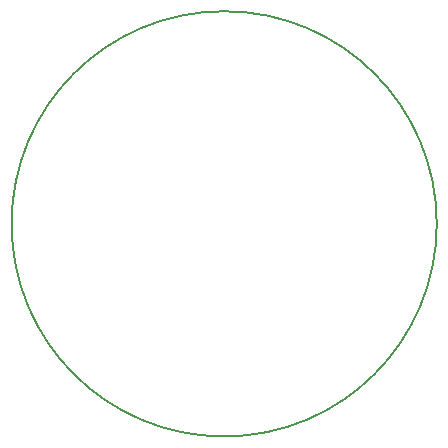
<source format=gbr>
%TF.GenerationSoftware,KiCad,Pcbnew,(7.0.0)*%
%TF.CreationDate,2023-11-14T12:39:04+01:00*%
%TF.ProjectId,Helios_PCB_panel,48656c69-6f73-45f5-9043-425f70616e65,rev?*%
%TF.SameCoordinates,Original*%
%TF.FileFunction,Legend,Bot*%
%TF.FilePolarity,Positive*%
%FSLAX46Y46*%
G04 Gerber Fmt 4.6, Leading zero omitted, Abs format (unit mm)*
G04 Created by KiCad (PCBNEW (7.0.0)) date 2023-11-14 12:39:04*
%MOMM*%
%LPD*%
G01*
G04 APERTURE LIST*
%ADD10C,0.150000*%
G04 APERTURE END LIST*
D10*
X128000000Y-100000000D02*
G75*
G03*
X128000000Y-100000000I-18000000J0D01*
G01*
M02*

</source>
